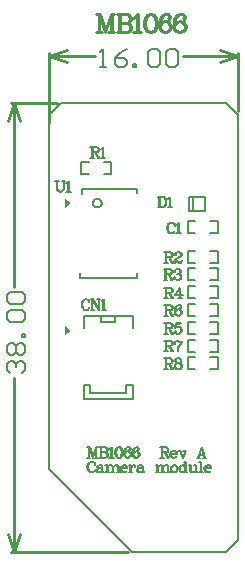
<source format=gbr>
%FSTAX23Y23*%
%MOIN*%
%SFA1B1*%

%IPPOS*%
%ADD16C,0.007874*%
%ADD17C,0.010000*%
%ADD18C,0.005000*%
%ADD19C,0.006000*%
%LNmb1066-1*%
%LPD*%
G36*
X00071Y00737D02*
X00051Y00722D01*
Y00752*
X00071Y00737*
G37*
G36*
Y01162D02*
X00051Y01147D01*
Y01177*
X00071Y01162*
G37*
G54D16*
X00461Y00649D02*
X00486D01*
X00461Y00609D02*
Y00649D01*
Y00609D02*
X00486D01*
X00536D02*
X00561D01*
Y00649*
X00536D02*
X00561D01*
X00461Y00708D02*
X00486D01*
X00461Y00668D02*
Y00708D01*
Y00668D02*
X00486D01*
X00536D02*
X00561D01*
Y00708*
X00536D02*
X00561D01*
X00461Y00827D02*
X00486D01*
X00461Y00787D02*
Y00827D01*
Y00787D02*
X00486D01*
X00536D02*
X00561D01*
Y00827*
X00536D02*
X00561D01*
X00536Y00728D02*
X00561D01*
Y00768*
X00536D02*
X00561D01*
X00461D02*
X00486D01*
X00461Y00728D02*
Y00768D01*
Y00728D02*
X00486D01*
X00536Y00964D02*
X00561D01*
Y01004*
X00536D02*
X00561D01*
X00461D02*
X00486D01*
X00461Y00964D02*
Y01004D01*
Y00964D02*
X00486D01*
X00182Y01299D02*
X00207D01*
Y01259D02*
Y01299D01*
X00182Y01259D02*
X00207D01*
X00107D02*
X00132D01*
X00107D02*
Y01299D01*
X00132*
G54D17*
X00629Y01469D02*
Y01663D01*
X0Y01429D02*
Y01663D01*
X00444Y01653D02*
X00629D01*
X0D02*
X00153D01*
X00569Y01673D02*
X00629Y01653D01*
X00569Y01633D02*
X00629Y01653D01*
X0D02*
X0006Y01633D01*
X0Y01653D02*
X0006Y01673D01*
X-00128Y01496D02*
X00026D01*
X-00128Y0D02*
X00263D01*
X-00118Y00882D02*
Y01496D01*
Y0D02*
Y00581D01*
X-00138Y01436D02*
X-00118Y01496D01*
X-00098Y01436*
X-00118Y0D02*
X-00098Y0006D01*
X-00138D02*
X-00118Y0D01*
X00166Y01792D02*
Y01732D01*
X00168Y01792D02*
X00186Y0174D01*
X00166Y01792D02*
X00186Y01732D01*
X00206Y01792D02*
X00186Y01732D01*
X00206Y01792D02*
Y01732D01*
X00208Y01792D02*
Y01732D01*
X00157Y01792D02*
X00168D01*
X00206D02*
X00217D01*
X00157Y01732D02*
X00174D01*
X00197D02*
X00217D01*
X00232Y01792D02*
Y01732D01*
X00235Y01792D02*
Y01732D01*
X00224Y01792D02*
X00258D01*
X00267Y01789*
X0027Y01786*
X00272Y0178*
Y01775*
X0027Y01769*
X00267Y01766*
X00258Y01763*
Y01792D02*
X00264Y01789D01*
X00267Y01786*
X0027Y0178*
Y01775*
X00267Y01769*
X00264Y01766*
X00258Y01763*
X00235D02*
X00258D01*
X00267Y0176*
X0027Y01757*
X00272Y01752*
Y01743*
X0027Y01737*
X00267Y01735*
X00258Y01732*
X00224*
X00258Y01763D02*
X00264Y0176D01*
X00267Y01757*
X0027Y01752*
Y01743*
X00267Y01737*
X00264Y01735*
X00258Y01732*
X0028Y0178D02*
X00286Y01783D01*
X00295Y01792*
Y01732*
X00292Y01789D02*
Y01732D01*
X0028D02*
X00306D01*
X00334Y01792D02*
X00325Y01789D01*
X00319Y0178*
X00316Y01766*
Y01757*
X00319Y01743*
X00325Y01735*
X00334Y01732*
X00339*
X00348Y01735*
X00354Y01743*
X00356Y01757*
Y01766*
X00354Y0178*
X00348Y01789*
X00339Y01792*
X00334*
X00328Y01789*
X00325Y01786*
X00322Y0178*
X00319Y01766*
Y01757*
X00322Y01743*
X00325Y01737*
X00328Y01735*
X00334Y01732*
X00339D02*
X00345Y01735D01*
X00348Y01737*
X00351Y01743*
X00354Y01757*
Y01766*
X00351Y0178*
X00348Y01786*
X00345Y01789*
X00339Y01792*
X004Y01783D02*
X00397Y0178D01*
X004Y01777*
X00402Y0178*
Y01783*
X004Y01789*
X00394Y01792*
X00385*
X00377Y01789*
X00371Y01783*
X00368Y01777*
X00365Y01766*
Y01749*
X00368Y0174*
X00374Y01735*
X00382Y01732*
X00388*
X00397Y01735*
X00402Y0174*
X00405Y01749*
Y01752*
X00402Y0176*
X00397Y01766*
X00388Y01769*
X00385*
X00377Y01766*
X00371Y0176*
X00368Y01752*
X00385Y01792D02*
X0038Y01789D01*
X00374Y01783*
X00371Y01777*
X00368Y01766*
Y01749*
X00371Y0174*
X00377Y01735*
X00382Y01732*
X00388D02*
X00394Y01735D01*
X004Y0174*
X00402Y01749*
Y01752*
X004Y0176*
X00394Y01766*
X00388Y01769*
X00448Y01783D02*
X00445Y0178D01*
X00448Y01777*
X00451Y0178*
Y01783*
X00448Y01789*
X00443Y01792*
X00434*
X00425Y01789*
X0042Y01783*
X00417Y01777*
X00414Y01766*
Y01749*
X00417Y0174*
X00423Y01735*
X00431Y01732*
X00437*
X00445Y01735*
X00451Y0174*
X00454Y01749*
Y01752*
X00451Y0176*
X00445Y01766*
X00437Y01769*
X00434*
X00425Y01766*
X0042Y0176*
X00417Y01752*
X00434Y01792D02*
X00428Y01789D01*
X00423Y01783*
X0042Y01777*
X00417Y01766*
Y01749*
X0042Y0174*
X00425Y01735*
X00431Y01732*
X00437D02*
X00443Y01735D01*
X00448Y0174*
X00451Y01749*
Y01752*
X00448Y0176*
X00443Y01766*
X00437Y01769*
G54D18*
X00114Y00555D02*
X00137D01*
Y00531D02*
Y00555D01*
Y00531D02*
X00255D01*
Y00555*
X00263*
X00279*
X00173Y00767D02*
Y00787D01*
Y00767D02*
X0022D01*
Y00787*
X00279Y00511D02*
Y00555D01*
X00114Y00511D02*
X00279D01*
X00114D02*
Y00555D01*
X00279Y00748D02*
Y00787D01*
X00114D02*
X00279D01*
X00114Y00748D02*
Y00787D01*
X00465Y01138D02*
Y01183D01*
X00518*
Y01138D02*
Y01183D01*
X00465Y01138D02*
X00518D01*
X0048Y01139D02*
Y01183D01*
X00388Y00881D02*
Y00846D01*
X0039Y00881D02*
Y00846D01*
X00383Y00881D02*
X00403D01*
X00408Y00879*
X0041Y00878*
X00412Y00874*
Y00871*
X0041Y00868*
X00408Y00866*
X00403Y00864*
X0039*
X00403Y00881D02*
X00407Y00879D01*
X00408Y00878*
X0041Y00874*
Y00871*
X00408Y00868*
X00407Y00866*
X00403Y00864*
X00383Y00846D02*
X00395D01*
X00398Y00864D02*
X00402Y00863D01*
X00403Y00861*
X00408Y00849*
X0041Y00848*
X00412*
X00413Y00849*
X00402Y00863D02*
X00403Y00859D01*
X00407Y00848*
X00408Y00846*
X00412*
X00413Y00849*
Y00851*
X00435Y00878D02*
Y00846D01*
X00445Y00856D02*
X00418D01*
X00436Y00881*
Y00846*
X0043D02*
X00441D01*
X00386Y00943D02*
Y00908D01*
X00388Y00943D02*
Y00908D01*
X00381Y00943D02*
X00401D01*
X00406Y00941*
X00408Y00939*
X0041Y00936*
Y00933*
X00408Y00929*
X00406Y00928*
X00401Y00926*
X00388*
X00401Y00943D02*
X00405Y00941D01*
X00406Y00939*
X00408Y00936*
Y00933*
X00406Y00929*
X00405Y00928*
X00401Y00926*
X00381Y00908D02*
X00393D01*
X00396Y00926D02*
X004Y00924D01*
X00401Y00923*
X00406Y00911*
X00408Y00909*
X0041*
X00411Y00911*
X004Y00924D02*
X00401Y00921D01*
X00405Y00909*
X00406Y00908*
X0041*
X00411Y00911*
Y00913*
X00418Y00936D02*
X00419Y00934D01*
X00418Y00933*
X00416Y00934*
Y00936*
X00418Y00939*
X00419Y00941*
X00424Y00943*
X00431*
X00436Y00941*
X00438Y00938*
Y00933*
X00436Y00929*
X00431Y00928*
X00426*
X00431Y00943D02*
X00434Y00941D01*
X00436Y00938*
Y00933*
X00434Y00929*
X00431Y00928*
X00434Y00926*
X00438Y00923*
X00439Y00919*
Y00914*
X00438Y00911*
X00436Y00909*
X00431Y00908*
X00424*
X00419Y00909*
X00418Y00911*
X00416Y00914*
Y00916*
X00418Y00918*
X00419Y00916*
X00418Y00914*
X00436Y00924D02*
X00438Y00919D01*
Y00914*
X00436Y00911*
X00434Y00909*
X00431Y00908*
X00417Y01092D02*
X00418Y01087D01*
Y01097*
X00417Y01092*
X00413Y01096*
X00408Y01097*
X00405*
X004Y01096*
X00397Y01092*
X00395Y01089*
X00393Y01084*
Y01076*
X00395Y01071*
X00397Y01067*
X004Y01064*
X00405Y01062*
X00408*
X00413Y01064*
X00417Y01067*
X00418Y01071*
X00405Y01097D02*
X00402Y01096D01*
X00398Y01092*
X00397Y01089*
X00395Y01084*
Y01076*
X00397Y01071*
X00398Y01067*
X00402Y01064*
X00405Y01062*
X00423Y01091D02*
X00427Y01092D01*
X00432Y01097*
Y01062*
X0043Y01096D02*
Y01062D01*
X00423D02*
X00438D01*
X00131Y00837D02*
X00133Y00832D01*
Y00842*
X00131Y00837*
X00128Y0084*
X00123Y00842*
X00119*
X00114Y0084*
X00111Y00837*
X00109Y00833*
X00108Y00828*
Y0082*
X00109Y00815*
X00111Y00812*
X00114Y00808*
X00119Y00807*
X00123*
X00128Y00808*
X00131Y00812*
X00133Y00815*
X00119Y00842D02*
X00116Y0084D01*
X00113Y00837*
X00111Y00833*
X00109Y00828*
Y0082*
X00111Y00815*
X00113Y00812*
X00116Y00808*
X00119Y00807*
X00143Y00842D02*
Y00807D01*
X00144Y00842D02*
X00164Y0081D01*
X00144Y00838D02*
X00164Y00807D01*
Y00842D02*
Y00807D01*
X00138Y00842D02*
X00144D01*
X00159D02*
X00169D01*
X00138Y00807D02*
X00148D01*
X00174Y00835D02*
X00177Y00837D01*
X00182Y00842*
Y00807*
X0018Y0084D02*
Y00807D01*
X00174D02*
X00189D01*
X00367Y01184D02*
Y01149D01*
X00368Y01184D02*
Y01149D01*
X00362Y01184D02*
X00378D01*
X00383Y01182*
X00387Y01179*
X00388Y01176*
X0039Y01171*
Y01162*
X00388Y01157*
X00387Y01154*
X00383Y01151*
X00378Y01149*
X00362*
X00378Y01184D02*
X00382Y01182D01*
X00385Y01179*
X00387Y01176*
X00388Y01171*
Y01162*
X00387Y01157*
X00385Y01154*
X00382Y01151*
X00378Y01149*
X00395Y01177D02*
X00398Y01179D01*
X00403Y01184*
Y01149*
X00401Y01182D02*
Y01149D01*
X00395D02*
X0041D01*
X00388Y00645D02*
Y0061D01*
X0039Y00645D02*
Y0061D01*
X00383Y00645D02*
X00403D01*
X00408Y00643*
X0041Y00641*
X00412Y00638*
Y00635*
X0041Y00631*
X00408Y0063*
X00403Y00628*
X0039*
X00403Y00645D02*
X00407Y00643D01*
X00408Y00641*
X0041Y00638*
Y00635*
X00408Y00631*
X00407Y0063*
X00403Y00628*
X00383Y0061D02*
X00395D01*
X00398Y00628D02*
X00402Y00626D01*
X00403Y00625*
X00408Y00613*
X0041Y00611*
X00412*
X00413Y00613*
X00402Y00626D02*
X00403Y00623D01*
X00407Y00611*
X00408Y0061*
X00412*
X00413Y00613*
Y00615*
X00426Y00645D02*
X00421Y00643D01*
X0042Y0064*
Y00635*
X00421Y00631*
X00426Y0063*
X00433*
X00438Y00631*
X0044Y00635*
Y0064*
X00438Y00643*
X00433Y00645*
X00426*
X00423Y00643*
X00421Y0064*
Y00635*
X00423Y00631*
X00426Y0063*
X00433D02*
X00436Y00631D01*
X00438Y00635*
Y0064*
X00436Y00643*
X00433Y00645*
X00426Y0063D02*
X00421Y00628D01*
X0042Y00626*
X00418Y00623*
Y00616*
X0042Y00613*
X00421Y00611*
X00426Y0061*
X00433*
X00438Y00611*
X0044Y00613*
X00441Y00616*
Y00623*
X0044Y00626*
X00438Y00628*
X00433Y0063*
X00426D02*
X00423Y00628D01*
X00421Y00626*
X0042Y00623*
Y00616*
X00421Y00613*
X00423Y00611*
X00426Y0061*
X00433D02*
X00436Y00611D01*
X00438Y00613*
X0044Y00616*
Y00623*
X00438Y00626*
X00436Y00628*
X00433Y0063*
X00388Y00704D02*
Y00669D01*
X0039Y00704D02*
Y00669D01*
X00383Y00704D02*
X00403D01*
X00408Y00702*
X0041Y007*
X00412Y00697*
Y00694*
X0041Y0069*
X00408Y00689*
X00403Y00687*
X0039*
X00403Y00704D02*
X00407Y00702D01*
X00408Y007*
X0041Y00697*
Y00694*
X00408Y0069*
X00407Y00689*
X00403Y00687*
X00383Y00669D02*
X00395D01*
X00398Y00687D02*
X00402Y00685D01*
X00403Y00684*
X00408Y00672*
X0041Y0067*
X00412*
X00413Y00672*
X00402Y00685D02*
X00403Y00682D01*
X00407Y0067*
X00408Y00669*
X00412*
X00413Y00672*
Y00674*
X00418Y00704D02*
Y00694D01*
Y00697D02*
X0042Y007D01*
X00423Y00704*
X00426*
X00435Y00699*
X00438*
X0044Y007*
X00441Y00704*
X0042Y007D02*
X00423Y00702D01*
X00426*
X00435Y00699*
X00441Y00704D02*
Y00699D01*
X0044Y00694*
X00433Y00685*
X00431Y00682*
X0043Y00677*
Y00669*
X0044Y00694D02*
X00431Y00685D01*
X0043Y00682*
X00428Y00677*
Y00669*
X00388Y00822D02*
Y00787D01*
X0039Y00822D02*
Y00787D01*
X00383Y00822D02*
X00403D01*
X00408Y0082*
X0041Y00819*
X00412Y00815*
Y00812*
X0041Y00809*
X00408Y00807*
X00403Y00805*
X0039*
X00403Y00822D02*
X00407Y0082D01*
X00408Y00819*
X0041Y00815*
Y00812*
X00408Y00809*
X00407Y00807*
X00403Y00805*
X00383Y00787D02*
X00395D01*
X00398Y00805D02*
X00402Y00804D01*
X00403Y00802*
X00408Y0079*
X0041Y00789*
X00412*
X00413Y0079*
X00402Y00804D02*
X00403Y008D01*
X00407Y00789*
X00408Y00787*
X00412*
X00413Y0079*
Y00792*
X00438Y00817D02*
X00436Y00815D01*
X00438Y00814*
X0044Y00815*
Y00817*
X00438Y0082*
X00435Y00822*
X0043*
X00425Y0082*
X00421Y00817*
X0042Y00814*
X00418Y00807*
Y00797*
X0042Y00792*
X00423Y00789*
X00428Y00787*
X00431*
X00436Y00789*
X0044Y00792*
X00441Y00797*
Y00799*
X0044Y00804*
X00436Y00807*
X00431Y00809*
X0043*
X00425Y00807*
X00421Y00804*
X0042Y00799*
X0043Y00822D02*
X00426Y0082D01*
X00423Y00817*
X00421Y00814*
X0042Y00807*
Y00797*
X00421Y00792*
X00425Y00789*
X00428Y00787*
X00431D02*
X00435Y00789D01*
X00438Y00792*
X0044Y00797*
Y00799*
X00438Y00804*
X00435Y00807*
X00431Y00809*
X00388Y00763D02*
Y00728D01*
X0039Y00763D02*
Y00728D01*
X00383Y00763D02*
X00403D01*
X00408Y00761*
X0041Y0076*
X00412Y00756*
Y00753*
X0041Y0075*
X00408Y00748*
X00403Y00746*
X0039*
X00403Y00763D02*
X00407Y00761D01*
X00408Y0076*
X0041Y00756*
Y00753*
X00408Y0075*
X00407Y00748*
X00403Y00746*
X00383Y00728D02*
X00395D01*
X00398Y00746D02*
X00402Y00745D01*
X00403Y00743*
X00408Y00731*
X0041Y0073*
X00412*
X00413Y00731*
X00402Y00745D02*
X00403Y00741D01*
X00407Y0073*
X00408Y00728*
X00412*
X00413Y00731*
Y00733*
X00421Y00763D02*
X00418Y00746D01*
X00421Y0075*
X00426Y00751*
X00431*
X00436Y0075*
X0044Y00746*
X00441Y00741*
Y00738*
X0044Y00733*
X00436Y0073*
X00431Y00728*
X00426*
X00421Y0073*
X0042Y00731*
X00418Y00735*
Y00736*
X0042Y00738*
X00421Y00736*
X0042Y00735*
X00431Y00751D02*
X00435Y0075D01*
X00438Y00746*
X0044Y00741*
Y00738*
X00438Y00733*
X00435Y0073*
X00431Y00728*
X00421Y00763D02*
X00438D01*
X00421Y00761D02*
X0043D01*
X00438Y00763*
X00388Y00999D02*
Y00964D01*
X0039Y00999D02*
Y00964D01*
X00383Y00999D02*
X00403D01*
X00408Y00997*
X0041Y00996*
X00412Y00992*
Y00989*
X0041Y00986*
X00408Y00984*
X00403Y00982*
X0039*
X00403Y00999D02*
X00407Y00997D01*
X00408Y00996*
X0041Y00992*
Y00989*
X00408Y00986*
X00407Y00984*
X00403Y00982*
X00383Y00964D02*
X00395D01*
X00398Y00982D02*
X00402Y00981D01*
X00403Y00979*
X00408Y00967*
X0041Y00966*
X00412*
X00413Y00967*
X00402Y00981D02*
X00403Y00977D01*
X00407Y00966*
X00408Y00964*
X00412*
X00413Y00967*
Y00969*
X0042Y00992D02*
X00421Y00991D01*
X0042Y00989*
X00418Y00991*
Y00992*
X0042Y00996*
X00421Y00997*
X00426Y00999*
X00433*
X00438Y00997*
X0044Y00996*
X00441Y00992*
Y00989*
X0044Y00986*
X00435Y00982*
X00426Y00979*
X00423Y00977*
X0042Y00974*
X00418Y00969*
Y00964*
X00433Y00999D02*
X00436Y00997D01*
X00438Y00996*
X0044Y00992*
Y00989*
X00438Y00986*
X00433Y00982*
X00426Y00979*
X00418Y00967D02*
X0042Y00969D01*
X00423*
X00431Y00966*
X00436*
X0044Y00967*
X00441Y00969*
Y00972*
X00423Y00969D02*
X00431Y00964D01*
X00438*
X0044Y00966*
X00441Y00969*
X00142Y01349D02*
Y01314D01*
X00144Y01349D02*
Y01314D01*
X00137Y01349D02*
X00157D01*
X00162Y01348*
X00164Y01346*
X00166Y01343*
Y01339*
X00164Y01336*
X00162Y01334*
X00157Y01333*
X00144*
X00157Y01349D02*
X00161Y01348D01*
X00162Y01346*
X00164Y01343*
Y01339*
X00162Y01336*
X00161Y01334*
X00157Y01333*
X00137Y01314D02*
X00149D01*
X00152Y01333D02*
X00156Y01331D01*
X00157Y01329*
X00162Y01318*
X00164Y01316*
X00166*
X00167Y01318*
X00156Y01331D02*
X00157Y01328D01*
X00161Y01316*
X00162Y01314*
X00166*
X00167Y01318*
Y01319*
X00172Y01343D02*
X00175Y01344D01*
X0018Y01349*
Y01314*
X00178Y01348D02*
Y01314D01*
X00172D02*
X00187D01*
X00024Y01235D02*
Y0121D01*
X00026Y01205*
X00029Y01202*
X00034Y012*
X00038*
X00043Y01202*
X00046Y01205*
X00048Y0121*
Y01235*
X00026D02*
Y0121D01*
X00028Y01205*
X00031Y01202*
X00034Y012*
X00019Y01235D02*
X00031D01*
X00043D02*
X00053D01*
X00057Y01229D02*
X0006Y0123D01*
X00065Y01235*
Y012*
X00063Y01234D02*
Y012D01*
X00057D02*
X00072D01*
X00151Y00295D02*
X00152Y0029D01*
Y003*
X00151Y00295*
X00147Y00299*
X00142Y003*
X00139*
X00134Y00299*
X00131Y00295*
X00129Y00292*
X00127Y00287*
Y00279*
X00129Y00274*
X00131Y0027*
X00134Y00267*
X00139Y00265*
X00142*
X00147Y00267*
X00151Y0027*
X00152Y00274*
X00139Y003D02*
X00136Y00299D01*
X00132Y00295*
X00131Y00292*
X00129Y00287*
Y00279*
X00131Y00274*
X00132Y0027*
X00136Y00267*
X00139Y00265*
X00161Y00285D02*
Y00284D01*
X00159*
Y00285*
X00161Y00287*
X00164Y00289*
X00171*
X00174Y00287*
X00176Y00285*
X00177Y00282*
Y0027*
X00179Y00267*
X00181Y00265*
X00176Y00285D02*
Y0027D01*
X00177Y00267*
X00181Y00265*
X00182*
X00176Y00282D02*
X00174Y0028D01*
X00164Y00279*
X00159Y00277*
X00157Y00274*
Y0027*
X00159Y00267*
X00164Y00265*
X00169*
X00172Y00267*
X00176Y0027*
X00164Y00279D02*
X00161Y00277D01*
X00159Y00274*
Y0027*
X00161Y00267*
X00164Y00265*
X00192Y00289D02*
Y00265D01*
X00194Y00289D02*
Y00265D01*
Y00284D02*
X00197Y00287D01*
X00202Y00289*
X00206*
X00211Y00287*
X00212Y00284*
Y00265*
X00206Y00289D02*
X00209Y00287D01*
X00211Y00284*
Y00265*
X00212Y00284D02*
X00216Y00287D01*
X00221Y00289*
X00224*
X00229Y00287*
X00231Y00284*
Y00265*
X00224Y00289D02*
X00227Y00287D01*
X00229Y00284*
Y00265*
X00187Y00289D02*
X00194D01*
X00187Y00265D02*
X00199D01*
X00206D02*
X00217D01*
X00224D02*
X00236D01*
X0024Y00279D02*
X0026D01*
Y00282*
X00258Y00285*
X00257Y00287*
X00253Y00289*
X00248*
X00243Y00287*
X0024Y00284*
X00238Y00279*
Y00275*
X0024Y0027*
X00243Y00267*
X00248Y00265*
X00252*
X00257Y00267*
X0026Y0027*
X00258Y00279D02*
Y00284D01*
X00257Y00287*
X00248Y00289D02*
X00245Y00287D01*
X00242Y00284*
X0024Y00279*
Y00275*
X00242Y0027*
X00245Y00267*
X00248Y00265*
X0027Y00289D02*
Y00265D01*
X00272Y00289D02*
Y00265D01*
Y00279D02*
X00274Y00284D01*
X00277Y00287*
X0028Y00289*
X00285*
X00287Y00287*
Y00285*
X00285Y00284*
X00284Y00285*
X00285Y00287*
X00265Y00289D02*
X00272D01*
X00265Y00265D02*
X00277D01*
X00296Y00285D02*
Y00284D01*
X00294*
Y00285*
X00296Y00287*
X00299Y00289*
X00306*
X00309Y00287*
X00311Y00285*
X00312Y00282*
Y0027*
X00314Y00267*
X00316Y00265*
X00311Y00285D02*
Y0027D01*
X00312Y00267*
X00316Y00265*
X00317*
X00311Y00282D02*
X00309Y0028D01*
X00299Y00279*
X00294Y00277*
X00292Y00274*
Y0027*
X00294Y00267*
X00299Y00265*
X00304*
X00307Y00267*
X00311Y0027*
X00299Y00279D02*
X00296Y00277D01*
X00294Y00274*
Y0027*
X00296Y00267*
X00299Y00265*
X00359Y00289D02*
Y00265D01*
X00361Y00289D02*
Y00265D01*
Y00284D02*
X00364Y00287D01*
X00369Y00289*
X00372*
X00377Y00287*
X00379Y00284*
Y00265*
X00372Y00289D02*
X00376Y00287D01*
X00377Y00284*
Y00265*
X00379Y00284D02*
X00382Y00287D01*
X00387Y00289*
X00391*
X00396Y00287*
X00397Y00284*
Y00265*
X00391Y00289D02*
X00394Y00287D01*
X00396Y00284*
Y00265*
X00354Y00289D02*
X00361D01*
X00354Y00265D02*
X00366D01*
X00372D02*
X00384D01*
X00391D02*
X00402D01*
X00415Y00289D02*
X0041Y00287D01*
X00407Y00284*
X00405Y00279*
Y00275*
X00407Y0027*
X0041Y00267*
X00415Y00265*
X00418*
X00423Y00267*
X00427Y0027*
X00428Y00275*
Y00279*
X00427Y00284*
X00423Y00287*
X00418Y00289*
X00415*
X00412Y00287*
X00408Y00284*
X00407Y00279*
Y00275*
X00408Y0027*
X00412Y00267*
X00415Y00265*
X00418D02*
X00422Y00267D01*
X00425Y0027*
X00427Y00275*
Y00279*
X00425Y00284*
X00422Y00287*
X00418Y00289*
X00453Y003D02*
Y00265D01*
X00455Y003D02*
Y00265D01*
X00453Y00284D02*
X0045Y00287D01*
X00447Y00289*
X00443*
X00438Y00287*
X00435Y00284*
X00433Y00279*
Y00275*
X00435Y0027*
X00438Y00267*
X00443Y00265*
X00447*
X0045Y00267*
X00453Y0027*
X00443Y00289D02*
X0044Y00287D01*
X00437Y00284*
X00435Y00279*
Y00275*
X00437Y0027*
X0044Y00267*
X00443Y00265*
X00448Y003D02*
X00455D01*
X00453Y00265D02*
X0046D01*
X0047Y00289D02*
Y0027D01*
X00472Y00267*
X00477Y00265*
X0048*
X00485Y00267*
X00488Y0027*
X00472Y00289D02*
Y0027D01*
X00473Y00267*
X00477Y00265*
X00488Y00289D02*
Y00265D01*
X0049Y00289D02*
Y00265D01*
X00465Y00289D02*
X00472D01*
X00483D02*
X0049D01*
X00488Y00265D02*
X00495D01*
X00504Y003D02*
Y00265D01*
X00506Y003D02*
Y00265D01*
X00499Y003D02*
X00506D01*
X00499Y00265D02*
X00511D01*
X00519Y00279D02*
X00539D01*
Y00282*
X00537Y00285*
X00536Y00287*
X00532Y00289*
X00527*
X00522Y00287*
X00519Y00284*
X00517Y00279*
Y00275*
X00519Y0027*
X00522Y00267*
X00527Y00265*
X00531*
X00536Y00267*
X00539Y0027*
X00537Y00279D02*
Y00284D01*
X00536Y00287*
X00527Y00289D02*
X00524Y00287D01*
X00521Y00284*
X00519Y00279*
Y00275*
X00521Y0027*
X00524Y00267*
X00527Y00265*
X00132Y00349D02*
Y00314D01*
X00134Y00349D02*
X00144Y00319D01*
X00132Y00349D02*
X00144Y00314D01*
X00156Y00349D02*
X00144Y00314D01*
X00156Y00349D02*
Y00314D01*
X00157Y00349D02*
Y00314D01*
X00127Y00349D02*
X00134D01*
X00156D02*
X00162D01*
X00127Y00314D02*
X00137D01*
X00151D02*
X00162D01*
X00171Y00349D02*
Y00314D01*
X00173Y00349D02*
Y00314D01*
X00166Y00349D02*
X00186D01*
X00191Y00348*
X00193Y00346*
X00195Y00343*
Y00339*
X00193Y00336*
X00191Y00334*
X00186Y00333*
Y00349D02*
X0019Y00348D01*
X00191Y00346*
X00193Y00343*
Y00339*
X00191Y00336*
X0019Y00334*
X00186Y00333*
X00173D02*
X00186D01*
X00191Y00331*
X00193Y00329*
X00195Y00326*
Y00321*
X00193Y00318*
X00191Y00316*
X00186Y00314*
X00166*
X00186Y00333D02*
X0019Y00331D01*
X00191Y00329*
X00193Y00326*
Y00321*
X00191Y00318*
X0019Y00316*
X00186Y00314*
X00199Y00343D02*
X00203Y00344D01*
X00208Y00349*
Y00314*
X00206Y00348D02*
Y00314D01*
X00199D02*
X00214D01*
X0023Y00349D02*
X00225Y00348D01*
X00222Y00343*
X0022Y00334*
Y00329*
X00222Y00321*
X00225Y00316*
X0023Y00314*
X00234*
X00239Y00316*
X00242Y00321*
X00244Y00329*
Y00334*
X00242Y00343*
X00239Y00348*
X00234Y00349*
X0023*
X00227Y00348*
X00225Y00346*
X00224Y00343*
X00222Y00334*
Y00329*
X00224Y00321*
X00225Y00318*
X00227Y00316*
X0023Y00314*
X00234D02*
X00237Y00316D01*
X00239Y00318*
X0024Y00321*
X00242Y00329*
Y00334*
X0024Y00343*
X00239Y00346*
X00237Y00348*
X00234Y00349*
X00269Y00344D02*
X00267Y00343D01*
X00269Y00341*
X00271Y00343*
Y00344*
X00269Y00348*
X00266Y00349*
X00261*
X00256Y00348*
X00252Y00344*
X00251Y00341*
X00249Y00334*
Y00324*
X00251Y00319*
X00254Y00316*
X00259Y00314*
X00262*
X00267Y00316*
X00271Y00319*
X00272Y00324*
Y00326*
X00271Y00331*
X00267Y00334*
X00262Y00336*
X00261*
X00256Y00334*
X00252Y00331*
X00251Y00326*
X00261Y00349D02*
X00257Y00348D01*
X00254Y00344*
X00252Y00341*
X00251Y00334*
Y00324*
X00252Y00319*
X00256Y00316*
X00259Y00314*
X00262D02*
X00266Y00316D01*
X00269Y00319*
X00271Y00324*
Y00326*
X00269Y00331*
X00266Y00334*
X00262Y00336*
X00297Y00344D02*
X00296Y00343D01*
X00297Y00341*
X00299Y00343*
Y00344*
X00297Y00348*
X00294Y00349*
X00289*
X00284Y00348*
X00281Y00344*
X00279Y00341*
X00277Y00334*
Y00324*
X00279Y00319*
X00282Y00316*
X00287Y00314*
X00291*
X00296Y00316*
X00299Y00319*
X00301Y00324*
Y00326*
X00299Y00331*
X00296Y00334*
X00291Y00336*
X00289*
X00284Y00334*
X00281Y00331*
X00279Y00326*
X00289Y00349D02*
X00286Y00348D01*
X00282Y00344*
X00281Y00341*
X00279Y00334*
Y00324*
X00281Y00319*
X00284Y00316*
X00287Y00314*
X00291D02*
X00294Y00316D01*
X00297Y00319*
X00299Y00324*
Y00326*
X00297Y00331*
X00294Y00334*
X00291Y00336*
X00374Y00349D02*
Y00314D01*
X00376Y00349D02*
Y00314D01*
X00369Y00349D02*
X00389D01*
X00394Y00348*
X00396Y00346*
X00397Y00343*
Y00339*
X00396Y00336*
X00394Y00334*
X00389Y00333*
X00376*
X00389Y00349D02*
X00392Y00348D01*
X00394Y00346*
X00396Y00343*
Y00339*
X00394Y00336*
X00392Y00334*
X00389Y00333*
X00369Y00314D02*
X00381D01*
X00384Y00333D02*
X00387Y00331D01*
X00389Y00329*
X00394Y00318*
X00396Y00316*
X00397*
X00399Y00318*
X00387Y00331D02*
X00389Y00328D01*
X00392Y00316*
X00394Y00314*
X00397*
X00399Y00318*
Y00319*
X00405Y00328D02*
X00425D01*
Y00331*
X00423Y00334*
X00422Y00336*
X00418Y00338*
X00413*
X00408Y00336*
X00405Y00333*
X00403Y00328*
Y00324*
X00405Y00319*
X00408Y00316*
X00413Y00314*
X00417*
X00422Y00316*
X00425Y00319*
X00423Y00328D02*
Y00333D01*
X00422Y00336*
X00413Y00338D02*
X0041Y00336D01*
X00407Y00333*
X00405Y00328*
Y00324*
X00407Y00319*
X0041Y00316*
X00413Y00314*
X00434Y00338D02*
X00444Y00314D01*
X00435Y00338D02*
X00444Y00318D01*
X00454Y00338D02*
X00444Y00314D01*
X0043Y00338D02*
X0044D01*
X00447D02*
X00457D01*
X00508Y00349D02*
X00497Y00314D01*
X00508Y00349D02*
X0052Y00314D01*
X00508Y00344D02*
X00518Y00314D01*
X005Y00324D02*
X00515D01*
X00493Y00314D02*
X00503D01*
X00513D02*
X00523D01*
X0Y00275D02*
Y00354D01*
X0059Y0D02*
X00629Y00039D01*
X0059Y01496D02*
X00629Y01456D01*
Y00039D02*
Y01456D01*
X0Y00275D02*
Y01456D01*
Y00275D02*
X00275Y0D01*
X0Y01456D02*
X00039Y01496D01*
X0059*
X00275Y0D02*
X0059D01*
G54D19*
X00174Y01163D02*
D01*
X00174Y01164*
X00174Y01165*
X00174Y01166*
X00174Y01167*
X00173Y01168*
X00173Y01169*
X00173Y0117*
X00172Y01171*
X00172Y01172*
X00171Y01173*
X0017Y01173*
X0017Y01174*
X00169Y01175*
X00168Y01175*
X00167Y01176*
X00166Y01176*
X00165Y01177*
X00164Y01177*
X00163Y01177*
X00163Y01178*
X00162Y01178*
X00161Y01178*
X0016*
X00159Y01178*
X00158Y01178*
X00157Y01177*
X00156Y01177*
X00155Y01177*
X00154Y01176*
X00153Y01176*
X00152Y01175*
X00151Y01175*
X0015Y01174*
X0015Y01173*
X00149Y01173*
X00148Y01172*
X00148Y01171*
X00147Y0117*
X00147Y01169*
X00147Y01168*
X00146Y01167*
X00146Y01166*
X00146Y01165*
X00146Y01164*
X00146Y01163*
X00146Y01162*
X00146Y01161*
X00146Y01161*
X00146Y0116*
X00147Y01159*
X00147Y01158*
X00147Y01157*
X00148Y01156*
X00148Y01155*
X00149Y01154*
X0015Y01154*
X0015Y01153*
X00151Y01152*
X00152Y01152*
X00153Y01151*
X00154Y01151*
X00155Y0115*
X00156Y0115*
X00157Y0115*
X00158Y01149*
X00159Y01149*
X0016Y01149*
X00161*
X00162Y01149*
X00163Y01149*
X00163Y0115*
X00164Y0115*
X00165Y0115*
X00166Y01151*
X00167Y01151*
X00168Y01152*
X00169Y01152*
X0017Y01153*
X0017Y01154*
X00171Y01154*
X00172Y01155*
X00172Y01156*
X00173Y01157*
X00173Y01158*
X00173Y01159*
X00174Y0116*
X00174Y01161*
X00174Y01161*
X00174Y01162*
X00174Y01163*
X00536Y00886D02*
X00561D01*
Y00846D02*
Y00886D01*
X00536Y00846D02*
X00561D01*
X00461D02*
X00486D01*
X00461D02*
Y00886D01*
X00486*
X00536Y00945D02*
X00561D01*
Y00905D02*
Y00945D01*
X00536Y00905D02*
X00561D01*
X00461D02*
X00486D01*
X00461D02*
Y00945D01*
X00486*
X00461Y01062D02*
X00486D01*
X00461D02*
Y01102D01*
X00486*
X00536D02*
X00561D01*
Y01062D02*
Y01102D01*
X00536Y01062D02*
X00561D01*
X00108Y01194D02*
Y01209D01*
X00101Y00914D02*
Y00929D01*
X00108Y01209D02*
X00291D01*
Y00914D02*
Y0093D01*
X00101Y00914D02*
X00291D01*
Y01195D02*
Y01209D01*
X00169Y01617D02*
X00188D01*
X00179*
Y01677*
X00169Y01667*
X00258Y01677D02*
X00238Y01667D01*
X00218Y01647*
Y01627*
X00228Y01617*
X00248*
X00258Y01627*
Y01637*
X00248Y01647*
X00218*
X00278Y01617D02*
Y01627D01*
X00288*
Y01617*
X00278*
X00328Y01667D02*
X00338Y01677D01*
X00358*
X00368Y01667*
Y01627*
X00358Y01617*
X00338*
X00328Y01627*
Y01667*
X00388D02*
X00398Y01677D01*
X00418*
X00428Y01667*
Y01627*
X00418Y01617*
X00398*
X00388Y01627*
Y01667*
X-00132Y00597D02*
X-00142Y00607D01*
Y00627*
X-00132Y00637*
X-00122*
X-00112Y00627*
Y00617*
Y00627*
X-00102Y00637*
X-00092*
X-00082Y00627*
Y00607*
X-00092Y00597*
X-00132Y00657D02*
X-00142Y00667D01*
Y00687*
X-00132Y00697*
X-00122*
X-00112Y00687*
X-00102Y00697*
X-00092*
X-00082Y00687*
Y00667*
X-00092Y00657*
X-00102*
X-00112Y00667*
X-00122Y00657*
X-00132*
X-00112Y00667D02*
Y00687D01*
X-00082Y00717D02*
X-00092D01*
Y00727*
X-00082*
Y00717*
X-00132Y00767D02*
X-00142Y00777D01*
Y00797*
X-00132Y00807*
X-00092*
X-00082Y00797*
Y00777*
X-00092Y00767*
X-00132*
Y00827D02*
X-00142Y00836D01*
Y00856*
X-00132Y00866*
X-00092*
X-00082Y00856*
Y00836*
X-00092Y00827*
X-00132*
M02*
</source>
